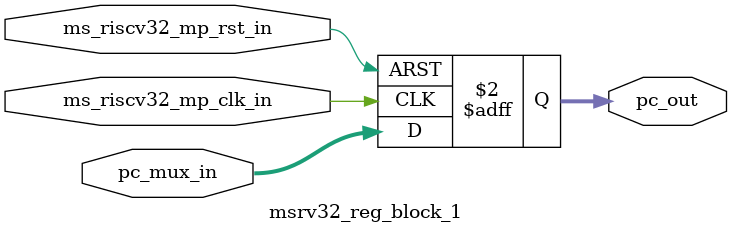
<source format=v>
/********************************************************************************************
Copyright 2023 - Chiplab. 
 
All Rights Reserved.

Filename    :	   msrv32_reg_block_1.v   

Description :      32-bit RV32 Pipelined Register One

Author Name :      Dr. Princewill

Version     : 	   1.0
*********************************************************************************************/
module msrv32_reg_block_1(ms_riscv32_mp_clk_in, ms_riscv32_mp_rst_in, pc_mux_in, pc_out);

input ms_riscv32_mp_clk_in, ms_riscv32_mp_rst_in;
input[31:0] pc_mux_in;
output reg[31:0] pc_out;

//reg[31:0] hold_pc_out;


always@(posedge ms_riscv32_mp_clk_in or posedge ms_riscv32_mp_rst_in)
begin
	if(ms_riscv32_mp_rst_in)
		pc_out <= 0;
	else
		pc_out <= pc_mux_in;
end
//assign pc_out = hold_pc_out;

endmodule

</source>
